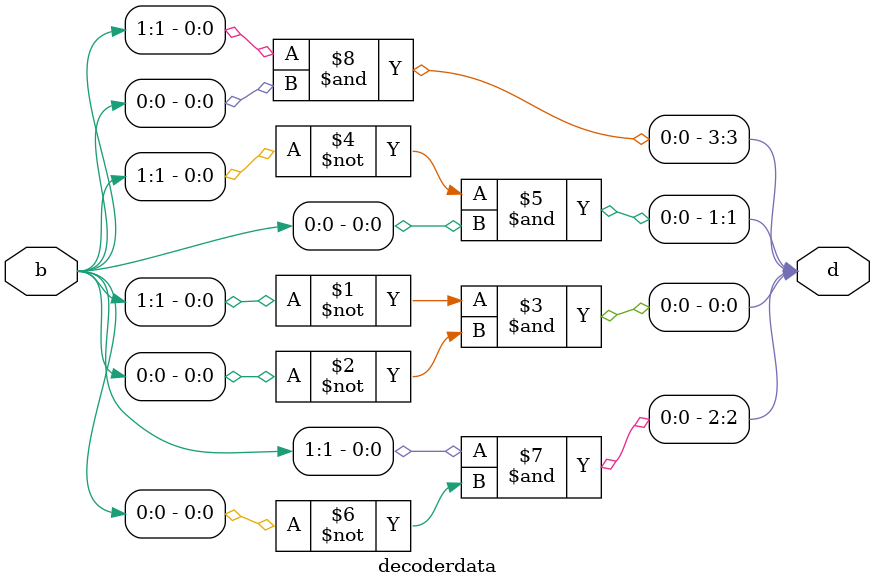
<source format=v>
`timescale 1ns / 1ps
module decoderdata(
    input [1:0] b,
    output [3:0] d
    );
assign d[0]=~b[1]&~b[0];
assign d[1]=~b[1]&b[0];
assign d[2]=b[1]&~b[0];
assign d[3]=b[1]&b[0];

endmodule

</source>
